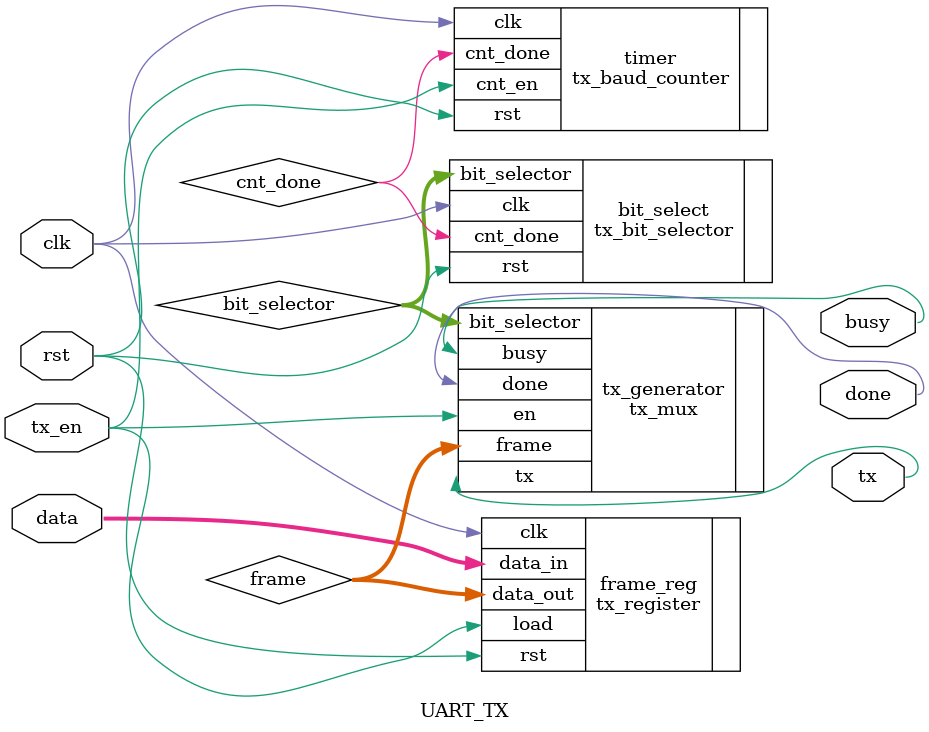
<source format=v>
module UART_TX #(
    parameter SELECTOR_WIDTH = 4,
    parameter FRAME_WIDTH = 8,
    parameter BITS_WIDTH = FRAME_WIDTH + 2,
    parameter IDLE = 1'b1
)(
    input clk,
    input rst,
    input tx_en,
    input [FRAME_WIDTH - 1 : 0] data,
    output done,
    output busy,
    output tx
);
    wire [BITS_WIDTH - 1 : 0]     frame; 
    wire                          load; 
    wire                          cnt_done;
    wire [SELECTOR_WIDTH - 1 : 0] bit_selector;

    //instantiation of all internal modules
    tx_register frame_reg (.data_in(data), .data_out(frame), .load(tx_en), .clk(clk), .rst(rst));
    tx_bit_selector bit_select (.cnt_done(cnt_done), .bit_selector(bit_selector), .clk(clk), .rst(rst));
    tx_baud_counter timer (.cnt_en(tx_en), .cnt_done(cnt_done), .clk(clk), .rst(rst));
    tx_mux tx_generator (.frame(frame), .bit_selector(bit_selector), .tx(tx), .busy(busy), .done(done), .en(tx_en));


endmodule

</source>
